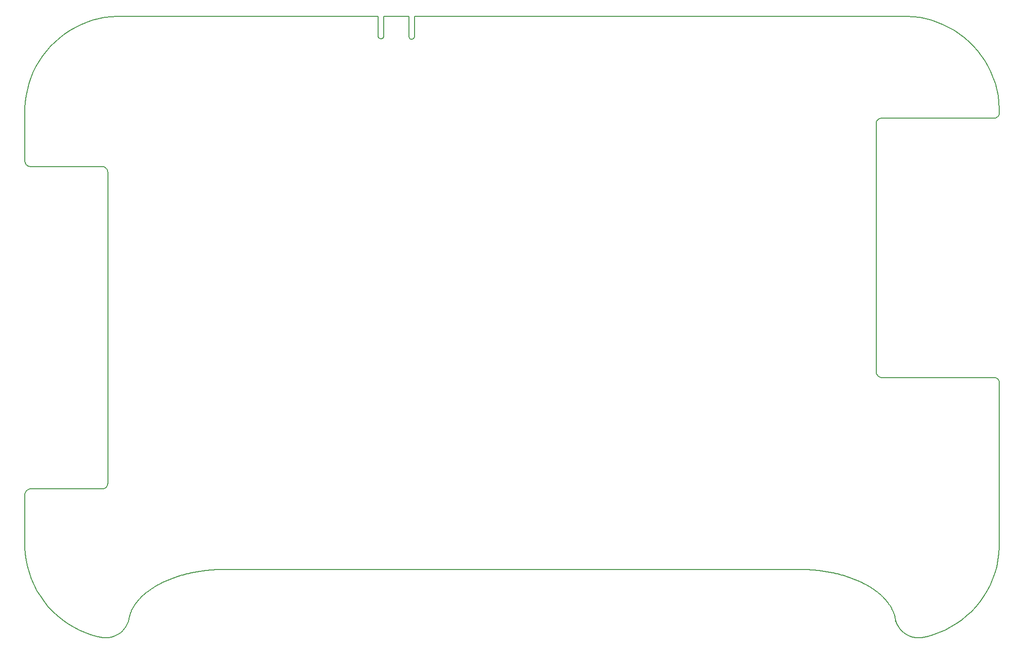
<source format=gko>
G04*
G04 #@! TF.GenerationSoftware,Altium Limited,Altium Designer,22.8.2 (66)*
G04*
G04 Layer_Color=16711935*
%FSAX25Y25*%
%MOIN*%
G70*
G04*
G04 #@! TF.SameCoordinates,6D899778-4568-4F72-86F0-953F423F45E2*
G04*
G04*
G04 #@! TF.FilePolarity,Positive*
G04*
G01*
G75*
%ADD16C,0.00787*%
D16*
X0859107Y0669480D02*
X0863550Y0669189D01*
X0856880Y0669480D02*
X0859107Y0669480D01*
X0507636D02*
X0856880Y0669480D01*
X0507636Y0655177D02*
Y0669480D01*
Y0654785D02*
Y0655177D01*
X0507337Y0654061D02*
X0507636Y0654785D01*
X0506782Y0653507D02*
X0507337Y0654061D01*
X0506058Y0653207D02*
X0506782Y0653507D01*
X0505275Y0653207D02*
X0506058D01*
X0504551Y0653507D02*
X0505275Y0653207D01*
X0503996Y0654061D02*
X0504551Y0653507D01*
X0503696Y0654785D02*
X0503996Y0654061D01*
X0503696Y0654785D02*
Y0655177D01*
Y0669480D01*
X0485865D02*
X0503696D01*
X0485865Y0655312D02*
Y0669480D01*
Y0654920D02*
Y0655312D01*
X0485565Y0654196D02*
X0485865Y0654920D01*
X0485011Y0653642D02*
X0485565Y0654196D01*
X0484287Y0653342D02*
X0485011Y0653642D01*
X0483503Y0653342D02*
X0484287D01*
X0482779Y0653642D02*
X0483503Y0653342D01*
X0482225Y0654196D02*
X0482779Y0653642D01*
X0481925Y0654920D02*
X0482225Y0654196D01*
X0481925Y0654920D02*
Y0655312D01*
Y0669480D01*
X0297917D02*
X0481925D01*
X0295691D02*
X0297917D01*
X0291249Y0669189D02*
X0295691Y0669480D01*
X0286835Y0668608D02*
X0291249Y0669189D01*
X0282468Y0667739D02*
X0286835Y0668608D01*
X0278168Y0666587D02*
X0282468Y0667739D01*
X0273952Y0665156D02*
X0278168Y0666587D01*
X0269839Y0663452D02*
X0273952Y0665156D01*
X0265846Y0661483D02*
X0269839Y0663452D01*
X0261991Y0659257D02*
X0265846Y0661483D01*
X0258289Y0656784D02*
X0261991Y0659257D01*
X0254757Y0654073D02*
X0258289Y0656784D01*
X0251410Y0651138D02*
X0254757Y0654073D01*
X0248262Y0647990D02*
X0251410Y0651138D01*
X0245326Y0644643D02*
X0248262Y0647990D01*
X0242616Y0641111D02*
X0245326Y0644643D01*
X0240143Y0637409D02*
X0242616Y0641111D01*
X0237917Y0633554D02*
X0240143Y0637409D01*
X0235948Y0629561D02*
X0237917Y0633554D01*
X0234244Y0625448D02*
X0235948Y0629561D01*
X0232813Y0621232D02*
X0234244Y0625448D01*
X0231661Y0616931D02*
X0232813Y0621232D01*
X0230792Y0612565D02*
X0231661Y0616931D01*
X0230211Y0608151D02*
X0230792Y0612565D01*
X0229920Y0603709D02*
X0230211Y0608151D01*
X0229920Y0603709D02*
X0229920Y0601482D01*
Y0566049D02*
Y0601482D01*
X0229920Y0565659D02*
X0229920Y0566049D01*
X0229920Y0565659D02*
X0230072Y0564893D01*
X0230371Y0564172D01*
X0230805Y0563523D01*
X0231357Y0562971D01*
X0232006Y0562537D01*
X0232727Y0562238D01*
X0233493Y0562086D01*
X0285064D01*
X0285448Y0562067D01*
X0286199Y0561918D01*
X0286908Y0561624D01*
X0287545Y0561199D01*
X0288087Y0560656D01*
X0288513Y0560019D01*
X0288806Y0559311D01*
X0288956Y0558559D01*
X0288975Y0558175D01*
Y0335825D02*
Y0558175D01*
X0288956Y0335442D02*
X0288975Y0335825D01*
X0288806Y0334690D02*
X0288956Y0335442D01*
X0288513Y0333982D02*
X0288806Y0334690D01*
X0288087Y0333345D02*
X0288513Y0333982D01*
X0287545Y0332803D02*
X0288087Y0333345D01*
X0286908Y0332377D02*
X0287545Y0332803D01*
X0286199Y0332084D02*
X0286908Y0332377D01*
X0285448Y0331934D02*
X0286199Y0332084D01*
X0285064Y0331915D02*
X0285448Y0331934D01*
X0233493Y0331915D02*
X0285064D01*
X0232727Y0331763D02*
X0233493Y0331915D01*
X0232006Y0331464D02*
X0232727Y0331763D01*
X0231357Y0331030D02*
X0232006Y0331464D01*
X0230805Y0330478D02*
X0231357Y0331030D01*
X0230371Y0329829D02*
X0230805Y0330478D01*
X0230072Y0329108D02*
X0230371Y0329829D01*
X0229920Y0328342D02*
X0230072Y0329108D01*
X0229920Y0328342D02*
X0229920Y0327951D01*
X0229920Y0292519D02*
X0229920Y0327951D01*
X0229920Y0290197D02*
Y0292519D01*
Y0290197D02*
X0230237Y0285564D01*
X0230868Y0280964D01*
X0231813Y0276417D01*
X0233065Y0271945D01*
X0234619Y0267570D01*
X0236468Y0263310D01*
X0238603Y0259187D01*
X0241015Y0255218D01*
X0243691Y0251424D01*
X0246620Y0247820D01*
X0249788Y0244425D01*
X0253181Y0241254D01*
X0256781Y0238322D01*
X0260573Y0235642D01*
X0264540Y0233227D01*
X0268661Y0231088D01*
X0272919Y0229235D01*
X0277293Y0227677D01*
X0281764Y0226420D01*
X0284037Y0225946D01*
X0285093Y0225726D01*
X0287246Y0225557D01*
X0289402Y0225662D01*
X0291528Y0226040D01*
X0293588Y0226684D01*
X0295550Y0227584D01*
X0297382Y0228726D01*
X0299055Y0230092D01*
X0300541Y0231658D01*
X0301816Y0233400D01*
X0302859Y0235290D01*
X0303655Y0237297D01*
X0303922Y0238343D01*
X0303870Y0237970D02*
X0303922Y0238343D01*
X0303802Y0237365D02*
X0303870Y0237970D01*
X0303802Y0237365D02*
X0303856Y0237369D01*
X0303923Y0237964D01*
X0304006Y0238558D01*
X0304104Y0239150D01*
X0304219Y0239742D01*
X0304349Y0240333D01*
X0304495Y0240923D01*
X0304657Y0241511D01*
X0304834Y0242098D01*
X0305027Y0242683D01*
X0305235Y0243267D01*
X0305459Y0243849D01*
X0305698Y0244428D01*
X0305953Y0245006D01*
X0306223Y0245581D01*
X0306508Y0246154D01*
X0306809Y0246725D01*
X0307125Y0247292D01*
X0307456Y0247858D01*
X0307801Y0248420D01*
X0308162Y0248979D01*
X0308538Y0249535D01*
X0308928Y0250088D01*
X0309333Y0250637D01*
X0309753Y0251183D01*
X0310187Y0251725D01*
X0310635Y0252263D01*
X0311098Y0252797D01*
X0311575Y0253327D01*
X0312066Y0253854D01*
X0312571Y0254376D01*
X0313089Y0254893D01*
X0313622Y0255406D01*
X0314168Y0255914D01*
X0314727Y0256418D01*
X0315300Y0256916D01*
X0315886Y0257410D01*
X0316485Y0257898D01*
X0317097Y0258382D01*
X0317723Y0258860D01*
X0318360Y0259333D01*
X0319010Y0259800D01*
X0319672Y0260261D01*
X0320347Y0260717D01*
X0321034Y0261167D01*
X0321732Y0261610D01*
X0322443Y0262049D01*
X0323164Y0262480D01*
X0323898Y0262905D01*
X0324642Y0263324D01*
X0325398Y0263737D01*
X0326165Y0264143D01*
X0326942Y0264542D01*
X0327729Y0264935D01*
X0328527Y0265320D01*
X0329336Y0265699D01*
X0330154Y0266071D01*
X0330983Y0266436D01*
X0331820Y0266793D01*
X0332667Y0267144D01*
X0333523Y0267487D01*
X0334389Y0267822D01*
X0335263Y0268150D01*
X0336146Y0268471D01*
X0337037Y0268784D01*
X0337937Y0269089D01*
X0338844Y0269386D01*
X0339760Y0269676D01*
X0340683Y0269957D01*
X0341613Y0270231D01*
X0342550Y0270496D01*
X0343495Y0270754D01*
X0344446Y0271003D01*
X0345404Y0271244D01*
X0346368Y0271477D01*
X0347339Y0271701D01*
X0348314Y0271917D01*
X0349296Y0272125D01*
X0350283Y0272324D01*
X0351275Y0272515D01*
X0352273Y0272697D01*
X0353274Y0272870D01*
X0354281Y0273035D01*
X0355292Y0273191D01*
X0356306Y0273339D01*
X0357325Y0273477D01*
X0358347Y0273607D01*
X0359373Y0273728D01*
X0360401Y0273840D01*
X0361432Y0273943D01*
X0362466Y0274038D01*
X0363503Y0274123D01*
X0364542Y0274200D01*
X0365582Y0274267D01*
X0366624Y0274326D01*
X0367668Y0274375D01*
X0368713Y0274416D01*
X0369759Y0274447D01*
X0370805Y0274470D01*
X0371852Y0274483D01*
X0372899Y0274488D01*
X0781899D01*
X0782946Y0274483D01*
X0783994Y0274470D01*
X0785040Y0274447D01*
X0786086Y0274416D01*
X0787131Y0274375D01*
X0788174Y0274326D01*
X0789217Y0274267D01*
X0790257Y0274200D01*
X0791296Y0274123D01*
X0792332Y0274038D01*
X0793366Y0273943D01*
X0794398Y0273840D01*
X0795426Y0273728D01*
X0796452Y0273607D01*
X0797474Y0273477D01*
X0798493Y0273338D01*
X0799507Y0273191D01*
X0800518Y0273035D01*
X0801524Y0272870D01*
X0802526Y0272697D01*
X0803524Y0272515D01*
X0804515Y0272324D01*
X0805503Y0272125D01*
X0806485Y0271917D01*
X0807460Y0271701D01*
X0808431Y0271477D01*
X0809394Y0271244D01*
X0810353Y0271003D01*
X0811303Y0270754D01*
X0812248Y0270496D01*
X0813186Y0270231D01*
X0814116Y0269957D01*
X0815039Y0269676D01*
X0815954Y0269386D01*
X0816862Y0269089D01*
X0817762Y0268784D01*
X0818652Y0268471D01*
X0819535Y0268150D01*
X0820409Y0267822D01*
X0821275Y0267487D01*
X0822131Y0267144D01*
X0822979Y0266793D01*
X0823816Y0266436D01*
X0824644Y0266071D01*
X0825463Y0265699D01*
X0826271Y0265320D01*
X0827069Y0264935D01*
X0827857Y0264542D01*
X0828634Y0264143D01*
X0829400Y0263737D01*
X0830156Y0263324D01*
X0830901Y0262905D01*
X0831634Y0262480D01*
X0832356Y0262048D01*
X0833066Y0261611D01*
X0833765Y0261167D01*
X0834451Y0260717D01*
X0835126Y0260261D01*
X0835789Y0259800D01*
X0836438Y0259333D01*
X0837076Y0258860D01*
X0837701Y0258382D01*
X0838313Y0257899D01*
X0838912Y0257410D01*
X0839498Y0256916D01*
X0840071Y0256418D01*
X0840631Y0255914D01*
X0841177Y0255406D01*
X0841709Y0254893D01*
X0842228Y0254376D01*
X0842733Y0253854D01*
X0843224Y0253328D01*
X0843701Y0252797D01*
X0844163Y0252263D01*
X0844612Y0251725D01*
X0845046Y0251183D01*
X0845465Y0250637D01*
X0845870Y0250088D01*
X0846261Y0249535D01*
X0846636Y0248979D01*
X0846997Y0248420D01*
X0847343Y0247858D01*
X0847674Y0247292D01*
X0847990Y0246725D01*
X0848290Y0246154D01*
X0848575Y0245581D01*
X0848845Y0245006D01*
X0849100Y0244428D01*
X0849339Y0243849D01*
X0849563Y0243267D01*
X0849772Y0242683D01*
X0849965Y0242098D01*
X0850142Y0241511D01*
X0850303Y0240923D01*
X0850449Y0240333D01*
X0850580Y0239742D01*
X0850694Y0239150D01*
X0850793Y0238558D01*
X0850876Y0237964D01*
X0850944Y0237359D01*
X0850996Y0237375D01*
X0850928Y0237971D02*
X0850996Y0237375D01*
X0850876Y0238343D02*
X0850928Y0237971D01*
X0850876Y0238343D02*
X0851144Y0237297D01*
X0851939Y0235290D01*
X0852983Y0233400D01*
X0854258Y0231658D01*
X0855744Y0230092D01*
X0857416Y0228726D01*
X0859248Y0227584D01*
X0861210Y0226684D01*
X0863271Y0226040D01*
X0865396Y0225662D01*
X0867553Y0225557D01*
X0869705Y0225726D01*
X0870762Y0225946D01*
X0873035Y0226420D01*
X0877505Y0227677D01*
X0881879Y0229235D01*
X0886137Y0231088D01*
X0890259Y0233227D01*
X0894225Y0235642D01*
X0898017Y0238322D01*
X0901618Y0241254D01*
X0905010Y0244425D01*
X0908178Y0247820D01*
X0911107Y0251424D01*
X0913784Y0255218D01*
X0916195Y0259187D01*
X0918331Y0263310D01*
X0920180Y0267570D01*
X0921734Y0271945D01*
X0922986Y0276417D01*
X0923930Y0280964D01*
X0924562Y0285564D01*
X0924879Y0290197D01*
X0924879Y0292519D02*
X0924879Y0290197D01*
X0924879Y0292519D02*
Y0407544D01*
X0924879Y0407935D01*
X0924726Y0408700D02*
X0924879Y0407935D01*
X0924428Y0409421D02*
X0924726Y0408700D01*
X0923994Y0410071D02*
X0924428Y0409421D01*
X0923442Y0410623D02*
X0923994Y0410071D01*
X0922793Y0411057D02*
X0923442Y0410623D01*
X0922071Y0411355D02*
X0922793Y0411057D01*
X0921306Y0411508D02*
X0922071Y0411355D01*
X0840994Y0411508D02*
X0921306D01*
X0840611Y0411526D02*
X0840994Y0411508D01*
X0839859Y0411676D02*
X0840611Y0411526D01*
X0839151Y0411969D02*
X0839859Y0411676D01*
X0838513Y0412395D02*
X0839151Y0411969D01*
X0837971Y0412937D02*
X0838513Y0412395D01*
X0837545Y0413575D02*
X0837971Y0412937D01*
X0837252Y0414283D02*
X0837545Y0413575D01*
X0837102Y0415035D02*
X0837252Y0414283D01*
X0837084Y0415418D02*
X0837102Y0415035D01*
X0837084Y0415418D02*
Y0592780D01*
X0837102Y0593164D01*
X0837252Y0593915D01*
X0837545Y0594624D01*
X0837971Y0595261D01*
X0838513Y0595803D01*
X0839150Y0596229D01*
X0839858Y0596522D01*
X0840610Y0596672D01*
X0840994Y0596691D01*
X0921306D01*
X0922071Y0596843D01*
X0922793Y0597142D01*
X0923442Y0597576D01*
X0923994Y0598128D01*
X0924428Y0598777D01*
X0924726Y0599498D01*
X0924879Y0600264D01*
X0924879Y0600655D02*
X0924879Y0600264D01*
X0924879Y0600655D02*
X0924879Y0601482D01*
Y0603709D01*
X0924588Y0608151D02*
X0924879Y0603709D01*
X0924006Y0612565D02*
X0924588Y0608151D01*
X0923138Y0616931D02*
X0924006Y0612565D01*
X0921986Y0621232D02*
X0923138Y0616931D01*
X0920555Y0625448D02*
X0921986Y0621232D01*
X0918851Y0629561D02*
X0920555Y0625448D01*
X0916882Y0633554D02*
X0918851Y0629561D01*
X0914656Y0637409D02*
X0916882Y0633554D01*
X0912182Y0641111D02*
X0914656Y0637409D01*
X0909472Y0644643D02*
X0912182Y0641111D01*
X0906537Y0647990D02*
X0909472Y0644643D01*
X0903389Y0651138D02*
X0906537Y0647990D01*
X0900041Y0654073D02*
X0903389Y0651138D01*
X0896509Y0656784D02*
X0900041Y0654073D01*
X0892808Y0659257D02*
X0896509Y0656784D01*
X0888952Y0661483D02*
X0892808Y0659257D01*
X0884959Y0663452D02*
X0888952Y0661483D01*
X0880846Y0665156D02*
X0884959Y0663452D01*
X0876630Y0666587D02*
X0880846Y0665156D01*
X0872330Y0667739D02*
X0876630Y0666587D01*
X0867964Y0668608D02*
X0872330Y0667739D01*
X0863550Y0669189D02*
X0867964Y0668608D01*
M02*

</source>
